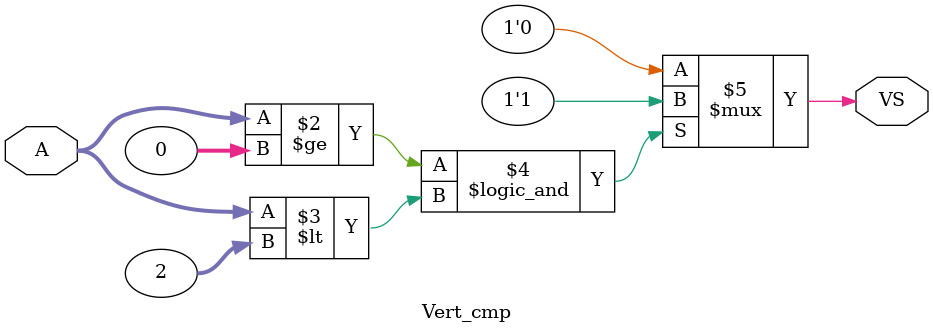
<source format=v>
`timescale 1ns / 1ps


module Vert_cmp(
    input [9:0]A,
    //input clk,
    output reg VS
);


/*always@(A)
begin
    if (A >= 35 & A <= 515)
        assign VS <= A;
    else
        A;
end*/

always@(A)
begin
    VS <=(A>=0 && A<2)? 1'b1:1'b0;
end
    
endmodule

</source>
